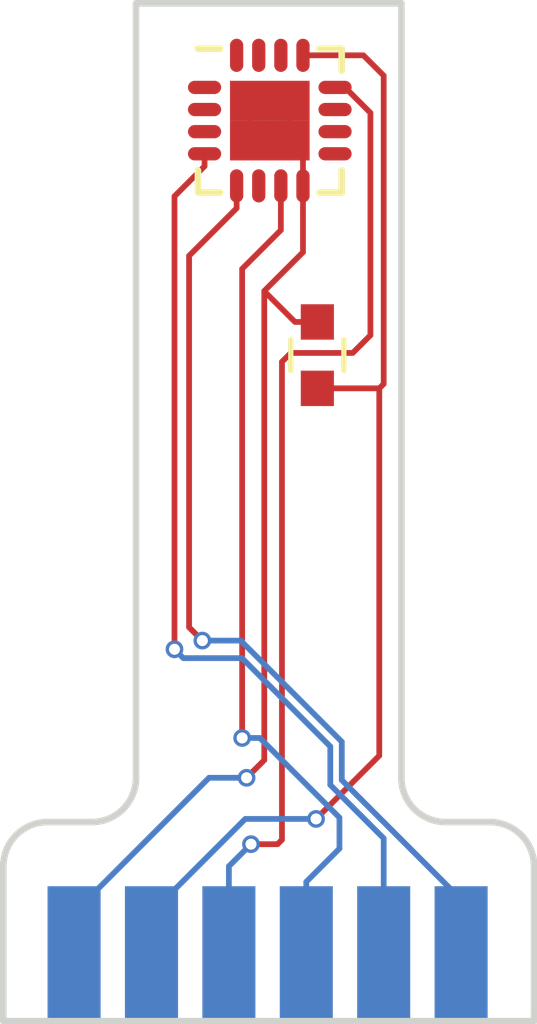
<source format=kicad_pcb>
(kicad_pcb (version 4) (host pcbnew 4.0.6)

  (general
    (links 12)
    (no_connects 0)
    (area 85.336667 58.895 99.075001 85.755)
    (thickness 1.6)
    (drawings 12)
    (tracks 80)
    (zones 0)
    (modules 3)
    (nets 7)
  )

  (page A4)
  (layers
    (0 F.Cu signal)
    (31 B.Cu signal)
    (32 B.Adhes user)
    (33 F.Adhes user)
    (34 B.Paste user)
    (35 F.Paste user)
    (36 B.SilkS user)
    (37 F.SilkS user)
    (38 B.Mask user)
    (39 F.Mask user)
    (40 Dwgs.User user)
    (41 Cmts.User user)
    (42 Eco1.User user)
    (43 Eco2.User user)
    (44 Edge.Cuts user)
    (45 Margin user)
    (46 B.CrtYd user)
    (47 F.CrtYd user)
    (48 B.Fab user)
    (49 F.Fab user)
  )

  (setup
    (last_trace_width 0.13)
    (trace_clearance 0.13)
    (zone_clearance 0.508)
    (zone_45_only no)
    (trace_min 0.1)
    (segment_width 0.2)
    (edge_width 0.15)
    (via_size 0.4)
    (via_drill 0.25)
    (via_min_size 0.2)
    (via_min_drill 0.2)
    (uvia_size 0.3)
    (uvia_drill 0.1)
    (uvias_allowed no)
    (uvia_min_size 0.2)
    (uvia_min_drill 0.1)
    (pcb_text_width 0.3)
    (pcb_text_size 1.5 1.5)
    (mod_edge_width 0.15)
    (mod_text_size 1 1)
    (mod_text_width 0.15)
    (pad_size 1.524 1.524)
    (pad_drill 0.762)
    (pad_to_mask_clearance 0.2)
    (aux_axis_origin 0 0)
    (visible_elements 7FFFEFFF)
    (pcbplotparams
      (layerselection 0x00030_80000001)
      (usegerberextensions false)
      (excludeedgelayer true)
      (linewidth 0.100000)
      (plotframeref false)
      (viasonmask false)
      (mode 1)
      (useauxorigin false)
      (hpglpennumber 1)
      (hpglpenspeed 20)
      (hpglpendiameter 15)
      (hpglpenoverlay 2)
      (psnegative false)
      (psa4output false)
      (plotreference true)
      (plotvalue true)
      (plotinvisibletext false)
      (padsonsilk false)
      (subtractmaskfromsilk false)
      (outputformat 1)
      (mirror false)
      (drillshape 1)
      (scaleselection 1)
      (outputdirectory ""))
  )

  (net 0 "")
  (net 1 +3V3)
  (net 2 Earth)
  (net 3 CS)
  (net 4 MOSI)
  (net 5 MISO)
  (net 6 SCLK)

  (net_class Default "This is the default net class."
    (clearance 0.13)
    (trace_width 0.13)
    (via_dia 0.4)
    (via_drill 0.25)
    (uvia_dia 0.3)
    (uvia_drill 0.1)
    (add_net +3V3)
    (add_net CS)
    (add_net Earth)
    (add_net MISO)
    (add_net MOSI)
    (add_net SCLK)
  )

  (module Dizzy:SPI_CONN (layer B.Cu) (tedit 5BC46E55) (tstamp 5BC2E54B)
    (at 95.7 78.7 180)
    (path /5BC2E3A6)
    (fp_text reference J1 (at 0 -0.5 180) (layer B.SilkS) hide
      (effects (font (size 1 1) (thickness 0.15)) (justify mirror))
    )
    (fp_text value CONN_01X06 (at 0 0.5 180) (layer B.Fab) hide
      (effects (font (size 1 1) (thickness 0.15)) (justify mirror))
    )
    (pad 1 smd rect (at -1.65 -2.75 180) (size 1.2 3) (layers B.Cu B.Paste B.Mask)
      (net 3 CS))
    (pad 2 smd rect (at 0.1 -2.75 180) (size 1.2 3) (layers B.Cu B.Paste B.Mask)
      (net 4 MOSI))
    (pad 3 smd rect (at 1.85 -2.75 180) (size 1.2 3) (layers B.Cu B.Paste B.Mask)
      (net 5 MISO))
    (pad 4 smd rect (at 3.6 -2.75 180) (size 1.2 3) (layers B.Cu B.Paste B.Mask)
      (net 6 SCLK))
    (pad 5 smd rect (at 5.35 -2.75 180) (size 1.2 3) (layers B.Cu B.Paste B.Mask)
      (net 1 +3V3))
    (pad 6 smd rect (at 7.1 -2.75 180) (size 1.2 3) (layers B.Cu B.Paste B.Mask)
      (net 2 Earth))
  )

  (module Capacitors_SMD:C_0603 (layer F.Cu) (tedit 5BC46E5E) (tstamp 5BC2E541)
    (at 94.1 67.95 270)
    (descr "Capacitor SMD 0603, reflow soldering, AVX (see smccp.pdf)")
    (tags "capacitor 0603")
    (path /5BC2E464)
    (attr smd)
    (fp_text reference C1 (at 0 -1.5 270) (layer F.SilkS) hide
      (effects (font (size 1 1) (thickness 0.15)))
    )
    (fp_text value C_Small (at 0 1.5 270) (layer F.Fab)
      (effects (font (size 1 1) (thickness 0.15)))
    )
    (fp_line (start 1.4 0.65) (end -1.4 0.65) (layer F.CrtYd) (width 0.05))
    (fp_line (start 1.4 0.65) (end 1.4 -0.65) (layer F.CrtYd) (width 0.05))
    (fp_line (start -1.4 -0.65) (end -1.4 0.65) (layer F.CrtYd) (width 0.05))
    (fp_line (start -1.4 -0.65) (end 1.4 -0.65) (layer F.CrtYd) (width 0.05))
    (fp_line (start 0.35 0.6) (end -0.35 0.6) (layer F.SilkS) (width 0.12))
    (fp_line (start -0.35 -0.6) (end 0.35 -0.6) (layer F.SilkS) (width 0.12))
    (fp_line (start -0.8 -0.4) (end 0.8 -0.4) (layer F.Fab) (width 0.1))
    (fp_line (start 0.8 -0.4) (end 0.8 0.4) (layer F.Fab) (width 0.1))
    (fp_line (start 0.8 0.4) (end -0.8 0.4) (layer F.Fab) (width 0.1))
    (fp_line (start -0.8 0.4) (end -0.8 -0.4) (layer F.Fab) (width 0.1))
    (fp_text user %R (at 0 0 270) (layer F.Fab)
      (effects (font (size 0.3 0.3) (thickness 0.075)))
    )
    (pad 2 smd rect (at 0.75 0 270) (size 0.8 0.75) (layers F.Cu F.Paste F.Mask)
      (net 1 +3V3))
    (pad 1 smd rect (at -0.75 0 270) (size 0.8 0.75) (layers F.Cu F.Paste F.Mask)
      (net 2 Earth))
    (model Capacitors_SMD.3dshapes/C_0603.wrl
      (at (xyz 0 0 0))
      (scale (xyz 1 1 1))
      (rotate (xyz 0 0 0))
    )
  )

  (module Housings_DFN_QFN:QFN-16-1EP_3x3mm_Pitch0.5mm (layer F.Cu) (tedit 5BC46E64) (tstamp 5BC2E563)
    (at 93.025 62.65)
    (descr "16-Lead Plastic Quad Flat, No Lead Package (NG) - 3x3x0.9 mm Body [QFN]; (see Microchip Packaging Specification 00000049BS.pdf)")
    (tags "QFN 0.5")
    (path /5BC2E305)
    (attr smd)
    (fp_text reference U1 (at 0 -2.85) (layer F.SilkS) hide
      (effects (font (size 1 1) (thickness 0.15)))
    )
    (fp_text value MA700 (at 0 2.85) (layer F.Fab)
      (effects (font (size 1 1) (thickness 0.15)))
    )
    (fp_line (start -0.5 -1.5) (end 1.5 -1.5) (layer F.Fab) (width 0.15))
    (fp_line (start 1.5 -1.5) (end 1.5 1.5) (layer F.Fab) (width 0.15))
    (fp_line (start 1.5 1.5) (end -1.5 1.5) (layer F.Fab) (width 0.15))
    (fp_line (start -1.5 1.5) (end -1.5 -0.5) (layer F.Fab) (width 0.15))
    (fp_line (start -1.5 -0.5) (end -0.5 -1.5) (layer F.Fab) (width 0.15))
    (fp_line (start -2.1 -2.1) (end -2.1 2.1) (layer F.CrtYd) (width 0.05))
    (fp_line (start 2.1 -2.1) (end 2.1 2.1) (layer F.CrtYd) (width 0.05))
    (fp_line (start -2.1 -2.1) (end 2.1 -2.1) (layer F.CrtYd) (width 0.05))
    (fp_line (start -2.1 2.1) (end 2.1 2.1) (layer F.CrtYd) (width 0.05))
    (fp_line (start 1.625 -1.625) (end 1.625 -1.125) (layer F.SilkS) (width 0.15))
    (fp_line (start -1.625 1.625) (end -1.625 1.125) (layer F.SilkS) (width 0.15))
    (fp_line (start 1.625 1.625) (end 1.625 1.125) (layer F.SilkS) (width 0.15))
    (fp_line (start -1.625 -1.625) (end -1.125 -1.625) (layer F.SilkS) (width 0.15))
    (fp_line (start -1.625 1.625) (end -1.125 1.625) (layer F.SilkS) (width 0.15))
    (fp_line (start 1.625 1.625) (end 1.125 1.625) (layer F.SilkS) (width 0.15))
    (fp_line (start 1.625 -1.625) (end 1.125 -1.625) (layer F.SilkS) (width 0.15))
    (pad 1 smd oval (at -1.475 -0.75) (size 0.75 0.3) (layers F.Cu F.Paste F.Mask))
    (pad 2 smd oval (at -1.475 -0.25) (size 0.75 0.3) (layers F.Cu F.Paste F.Mask))
    (pad 3 smd oval (at -1.475 0.25) (size 0.75 0.3) (layers F.Cu F.Paste F.Mask))
    (pad 4 smd oval (at -1.475 0.75) (size 0.75 0.3) (layers F.Cu F.Paste F.Mask)
      (net 4 MOSI))
    (pad 5 smd oval (at -0.75 1.475 90) (size 0.75 0.3) (layers F.Cu F.Paste F.Mask)
      (net 3 CS))
    (pad 6 smd oval (at -0.25 1.475 90) (size 0.75 0.3) (layers F.Cu F.Paste F.Mask))
    (pad 7 smd oval (at 0.25 1.475 90) (size 0.75 0.3) (layers F.Cu F.Paste F.Mask)
      (net 5 MISO))
    (pad 8 smd oval (at 0.75 1.475 90) (size 0.75 0.3) (layers F.Cu F.Paste F.Mask)
      (net 2 Earth))
    (pad 9 smd oval (at 1.475 0.75) (size 0.75 0.3) (layers F.Cu F.Paste F.Mask))
    (pad 10 smd oval (at 1.475 0.25) (size 0.75 0.3) (layers F.Cu F.Paste F.Mask))
    (pad 11 smd oval (at 1.475 -0.25) (size 0.75 0.3) (layers F.Cu F.Paste F.Mask))
    (pad 12 smd oval (at 1.475 -0.75) (size 0.75 0.3) (layers F.Cu F.Paste F.Mask)
      (net 6 SCLK))
    (pad 13 smd oval (at 0.75 -1.475 90) (size 0.75 0.3) (layers F.Cu F.Paste F.Mask)
      (net 1 +3V3))
    (pad 14 smd oval (at 0.25 -1.475 90) (size 0.75 0.3) (layers F.Cu F.Paste F.Mask))
    (pad 15 smd oval (at -0.25 -1.475 90) (size 0.75 0.3) (layers F.Cu F.Paste F.Mask))
    (pad 16 smd oval (at -0.75 -1.475 90) (size 0.75 0.3) (layers F.Cu F.Paste F.Mask))
    (pad 17 smd rect (at 0.45 0.45) (size 0.9 0.9) (layers F.Cu F.Paste F.Mask)
      (net 2 Earth) (solder_paste_margin_ratio -0.2))
    (pad 17 smd rect (at 0.45 -0.45) (size 0.9 0.9) (layers F.Cu F.Paste F.Mask)
      (net 2 Earth) (solder_paste_margin_ratio -0.2))
    (pad 17 smd rect (at -0.45 0.45) (size 0.9 0.9) (layers F.Cu F.Paste F.Mask)
      (net 2 Earth) (solder_paste_margin_ratio -0.2))
    (pad 17 smd rect (at -0.45 -0.45) (size 0.9 0.9) (layers F.Cu F.Paste F.Mask)
      (net 2 Earth) (solder_paste_margin_ratio -0.2))
    (model ${KISYS3DMOD}/Housings_DFN_QFN.3dshapes/QFN-16-1EP_3x3mm_Pitch0.5mm.wrl
      (at (xyz 0 0 0))
      (scale (xyz 1 1 1))
      (rotate (xyz 0 0 0))
    )
  )

  (gr_arc (start 98 79.5) (end 98 78.5) (angle 90) (layer Edge.Cuts) (width 0.15))
  (gr_arc (start 97 77.5) (end 97 78.5) (angle 90) (layer Edge.Cuts) (width 0.15))
  (gr_arc (start 88 79.5) (end 87 79.5) (angle 90) (layer Edge.Cuts) (width 0.15))
  (gr_arc (start 89 77.5) (end 90 77.5) (angle 90) (layer Edge.Cuts) (width 0.15))
  (gr_line (start 98 78.5) (end 97 78.5) (layer Edge.Cuts) (width 0.15))
  (gr_line (start 99 83) (end 99 79.5) (layer Edge.Cuts) (width 0.15))
  (gr_line (start 88 78.5) (end 89 78.5) (layer Edge.Cuts) (width 0.15))
  (gr_line (start 87 83) (end 87 79.5) (layer Edge.Cuts) (width 0.15))
  (gr_line (start 87 83) (end 99 83) (layer Edge.Cuts) (width 0.15))
  (gr_line (start 90 60) (end 96 60) (layer Edge.Cuts) (width 0.15))
  (gr_line (start 96 60) (end 96 77.5) (layer Edge.Cuts) (width 0.15))
  (gr_line (start 90 60) (end 90 77.5) (layer Edge.Cuts) (width 0.15))

  (segment (start 94.270684 78.229316) (end 94.070685 78.429315) (width 0.13) (layer F.Cu) (net 1))
  (segment (start 95.5 68.7) (end 95.5 77) (width 0.13) (layer F.Cu) (net 1))
  (segment (start 93.787843 78.429315) (end 94.070685 78.429315) (width 0.13) (layer B.Cu) (net 1))
  (segment (start 92.470685 78.429315) (end 93.787843 78.429315) (width 0.13) (layer B.Cu) (net 1))
  (segment (start 90.35 80.55) (end 92.470685 78.429315) (width 0.13) (layer B.Cu) (net 1))
  (segment (start 95.5 77) (end 94.270684 78.229316) (width 0.13) (layer F.Cu) (net 1))
  (segment (start 90.35 81.45) (end 90.35 80.55) (width 0.13) (layer B.Cu) (net 1))
  (via (at 94.070685 78.429315) (size 0.4) (drill 0.25) (layers F.Cu B.Cu) (net 1))
  (segment (start 93.775 61.175) (end 95.141706 61.175) (width 0.13) (layer F.Cu) (net 1))
  (segment (start 95.6 68.6) (end 95.5 68.7) (width 0.13) (layer F.Cu) (net 1))
  (segment (start 95.141706 61.175) (end 95.6 61.633294) (width 0.13) (layer F.Cu) (net 1))
  (segment (start 95.6 61.633294) (end 95.6 68.6) (width 0.13) (layer F.Cu) (net 1))
  (segment (start 95.5 68.7) (end 94.1 68.7) (width 0.13) (layer F.Cu) (net 1))
  (segment (start 91.65 77.5) (end 92.217158 77.5) (width 0.13) (layer B.Cu) (net 2))
  (segment (start 92.217158 77.5) (end 92.5 77.5) (width 0.13) (layer B.Cu) (net 2))
  (segment (start 88.6 80.55) (end 91.65 77.5) (width 0.13) (layer B.Cu) (net 2))
  (segment (start 88.6 81.45) (end 88.6 80.55) (width 0.13) (layer B.Cu) (net 2))
  (segment (start 92.699999 77.300001) (end 92.5 77.5) (width 0.13) (layer F.Cu) (net 2))
  (segment (start 92.9 66.5) (end 92.9 77.1) (width 0.13) (layer F.Cu) (net 2))
  (segment (start 92.9 77.1) (end 92.699999 77.300001) (width 0.13) (layer F.Cu) (net 2))
  (via (at 92.5 77.5) (size 0.4) (drill 0.25) (layers F.Cu B.Cu) (net 2))
  (segment (start 94.1 67.2) (end 93.595 67.2) (width 0.13) (layer F.Cu) (net 2))
  (segment (start 93.595 67.2) (end 92.9 66.505) (width 0.13) (layer F.Cu) (net 2))
  (segment (start 92.9 66.505) (end 92.9 66.5) (width 0.13) (layer F.Cu) (net 2))
  (segment (start 93.775 65.625) (end 92.9 66.5) (width 0.13) (layer F.Cu) (net 2))
  (segment (start 93.775 65.62) (end 93.775 65.625) (width 0.13) (layer F.Cu) (net 2))
  (segment (start 92.575 62.2) (end 92.575 63.1) (width 0.13) (layer F.Cu) (net 2))
  (segment (start 93.475 62.2) (end 92.575 62.2) (width 0.13) (layer F.Cu) (net 2))
  (segment (start 93.475 63.1) (end 93.475 62.2) (width 0.13) (layer F.Cu) (net 2))
  (segment (start 93.775 64.125) (end 93.775 63.4) (width 0.13) (layer F.Cu) (net 2))
  (segment (start 93.775 63.4) (end 93.475 63.1) (width 0.13) (layer F.Cu) (net 2))
  (segment (start 93.775 65.62) (end 93.775 64.63) (width 0.13) (layer F.Cu) (net 2))
  (segment (start 93.775 64.63) (end 93.775 64.125) (width 0.13) (layer F.Cu) (net 2))
  (segment (start 97.35 80.25) (end 94.652687 77.552687) (width 0.13) (layer B.Cu) (net 3))
  (segment (start 97.35 81.45) (end 97.35 80.25) (width 0.13) (layer B.Cu) (net 3))
  (segment (start 94.652687 77.552687) (end 94.652687 76.684977) (width 0.13) (layer B.Cu) (net 3))
  (segment (start 94.652687 76.684977) (end 92.36771 74.4) (width 0.13) (layer B.Cu) (net 3))
  (segment (start 92.36771 74.4) (end 91.782842 74.4) (width 0.13) (layer B.Cu) (net 3))
  (segment (start 91.782842 74.4) (end 91.5 74.4) (width 0.13) (layer B.Cu) (net 3))
  (segment (start 91.300001 74.200001) (end 91.5 74.4) (width 0.13) (layer F.Cu) (net 3))
  (segment (start 92.275 64.63) (end 91.200001 65.704999) (width 0.13) (layer F.Cu) (net 3))
  (segment (start 92.275 64.125) (end 92.275 64.63) (width 0.13) (layer F.Cu) (net 3))
  (segment (start 91.200001 65.704999) (end 91.200001 74.100001) (width 0.13) (layer F.Cu) (net 3))
  (via (at 91.5 74.4) (size 0.4) (drill 0.25) (layers F.Cu B.Cu) (net 3))
  (segment (start 91.200001 74.100001) (end 91.300001 74.200001) (width 0.13) (layer F.Cu) (net 3))
  (segment (start 91.070002 74.795978) (end 90.870003 74.595979) (width 0.13) (layer B.Cu) (net 4))
  (segment (start 92.395978 74.795978) (end 91.070002 74.795978) (width 0.13) (layer B.Cu) (net 4))
  (segment (start 94.392676 76.792676) (end 92.395978 74.795978) (width 0.13) (layer B.Cu) (net 4))
  (segment (start 94.392676 77.660387) (end 94.392676 76.792676) (width 0.13) (layer B.Cu) (net 4))
  (segment (start 95.6 81.45) (end 95.6 78.867711) (width 0.13) (layer B.Cu) (net 4))
  (segment (start 95.6 78.867711) (end 94.392676 77.660387) (width 0.13) (layer B.Cu) (net 4))
  (segment (start 90.870003 64.359997) (end 90.870003 74.313137) (width 0.13) (layer F.Cu) (net 4))
  (segment (start 90.870003 74.313137) (end 90.870003 74.595979) (width 0.13) (layer F.Cu) (net 4))
  (via (at 90.870003 74.595979) (size 0.4) (drill 0.25) (layers F.Cu B.Cu) (net 4))
  (segment (start 91.55 63.68) (end 90.870003 64.359997) (width 0.13) (layer F.Cu) (net 4))
  (segment (start 91.55 63.4) (end 91.55 63.68) (width 0.13) (layer F.Cu) (net 4))
  (segment (start 93.85 81.45) (end 93.85 79.85) (width 0.13) (layer B.Cu) (net 5))
  (segment (start 93.85 79.85) (end 94.6 79.1) (width 0.13) (layer B.Cu) (net 5))
  (segment (start 94.6 79.1) (end 94.6 78.4) (width 0.13) (layer B.Cu) (net 5))
  (segment (start 94.6 78.4) (end 92.8 76.6) (width 0.13) (layer B.Cu) (net 5))
  (segment (start 92.8 76.6) (end 92.682842 76.6) (width 0.13) (layer B.Cu) (net 5))
  (segment (start 92.682842 76.6) (end 92.4 76.6) (width 0.13) (layer B.Cu) (net 5))
  (via (at 92.4 76.6) (size 0.4) (drill 0.25) (layers F.Cu B.Cu) (net 5))
  (segment (start 92.4 76.317158) (end 92.4 76.6) (width 0.13) (layer F.Cu) (net 5))
  (segment (start 93.275 64.125) (end 93.275 65.125) (width 0.13) (layer F.Cu) (net 5))
  (segment (start 92.4 66) (end 92.4 76.317158) (width 0.13) (layer F.Cu) (net 5))
  (segment (start 93.275 65.125) (end 92.4 66) (width 0.13) (layer F.Cu) (net 5))
  (segment (start 92.6 79) (end 93.2 79) (width 0.13) (layer F.Cu) (net 6))
  (segment (start 93.3 68.1) (end 93.5 67.9) (width 0.13) (layer F.Cu) (net 6))
  (segment (start 93.2 79) (end 93.3 78.9) (width 0.13) (layer F.Cu) (net 6))
  (segment (start 93.3 78.9) (end 93.3 68.1) (width 0.13) (layer F.Cu) (net 6))
  (segment (start 95.3 62.475) (end 94.725 61.9) (width 0.13) (layer F.Cu) (net 6))
  (segment (start 93.5 67.9) (end 94.9 67.9) (width 0.13) (layer F.Cu) (net 6))
  (segment (start 94.9 67.9) (end 95.3 67.5) (width 0.13) (layer F.Cu) (net 6))
  (segment (start 95.3 67.5) (end 95.3 62.475) (width 0.13) (layer F.Cu) (net 6))
  (segment (start 94.725 61.9) (end 94.5 61.9) (width 0.13) (layer F.Cu) (net 6))
  (segment (start 92.1 79.5) (end 92.400001 79.199999) (width 0.13) (layer B.Cu) (net 6))
  (segment (start 92.1 81.45) (end 92.1 79.5) (width 0.13) (layer B.Cu) (net 6))
  (segment (start 92.400001 79.199999) (end 92.6 79) (width 0.13) (layer B.Cu) (net 6))
  (via (at 92.6 79) (size 0.4) (drill 0.25) (layers F.Cu B.Cu) (net 6))

)

</source>
